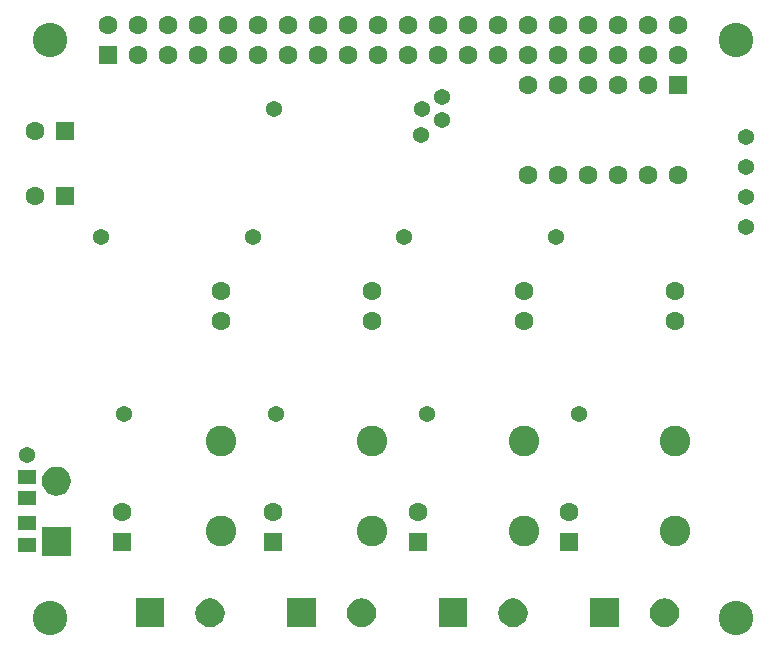
<source format=gbs>
G04 Layer_Color=16711935*
%FSLAX25Y25*%
%MOIN*%
G70*
G01*
G75*
%ADD42R,0.05912X0.05124*%
%ADD45R,0.06306X0.06306*%
%ADD46C,0.06306*%
%ADD47C,0.06306*%
%ADD48R,0.06306X0.06306*%
%ADD49R,0.06306X0.06306*%
%ADD50C,0.10243*%
%ADD51C,0.11500*%
%ADD52C,0.05400*%
G36*
X205959Y-186401D02*
X207132Y-186887D01*
X208140Y-187660D01*
X208913Y-188668D01*
X209399Y-189841D01*
X209564Y-191100D01*
X209399Y-192359D01*
X208913Y-193532D01*
X208140Y-194540D01*
X207132Y-195313D01*
X205959Y-195799D01*
X204700Y-195965D01*
X203441Y-195799D01*
X202268Y-195313D01*
X201260Y-194540D01*
X200487Y-193532D01*
X200001Y-192359D01*
X199836Y-191100D01*
X200001Y-189841D01*
X200487Y-188668D01*
X201260Y-187660D01*
X202268Y-186887D01*
X203441Y-186401D01*
X204700Y-186235D01*
X205959Y-186401D01*
D02*
G37*
G36*
X38023Y-195923D02*
X28377D01*
Y-186277D01*
X38023D01*
Y-195923D01*
D02*
G37*
G36*
X155459Y-186401D02*
X156632Y-186887D01*
X157640Y-187660D01*
X158413Y-188668D01*
X158899Y-189841D01*
X159064Y-191100D01*
X158899Y-192359D01*
X158413Y-193532D01*
X157640Y-194540D01*
X156632Y-195313D01*
X155459Y-195799D01*
X154200Y-195965D01*
X152941Y-195799D01*
X151768Y-195313D01*
X150760Y-194540D01*
X149987Y-193532D01*
X149501Y-192359D01*
X149336Y-191100D01*
X149501Y-189841D01*
X149987Y-188668D01*
X150760Y-187660D01*
X151768Y-186887D01*
X152941Y-186401D01*
X154200Y-186235D01*
X155459Y-186401D01*
D02*
G37*
G36*
X54459D02*
X55632Y-186887D01*
X56640Y-187660D01*
X57413Y-188668D01*
X57899Y-189841D01*
X58064Y-191100D01*
X57899Y-192359D01*
X57413Y-193532D01*
X56640Y-194540D01*
X55632Y-195313D01*
X54459Y-195799D01*
X53200Y-195965D01*
X51941Y-195799D01*
X50768Y-195313D01*
X49760Y-194540D01*
X48987Y-193532D01*
X48501Y-192359D01*
X48336Y-191100D01*
X48501Y-189841D01*
X48987Y-188668D01*
X49760Y-187660D01*
X50768Y-186887D01*
X51941Y-186401D01*
X53200Y-186235D01*
X54459Y-186401D01*
D02*
G37*
G36*
X104959D02*
X106132Y-186887D01*
X107140Y-187660D01*
X107913Y-188668D01*
X108399Y-189841D01*
X108564Y-191100D01*
X108399Y-192359D01*
X107913Y-193532D01*
X107140Y-194540D01*
X106132Y-195313D01*
X104959Y-195799D01*
X103700Y-195965D01*
X102441Y-195799D01*
X101268Y-195313D01*
X100260Y-194540D01*
X99487Y-193532D01*
X99001Y-192359D01*
X98836Y-191100D01*
X99001Y-189841D01*
X99487Y-188668D01*
X100260Y-187660D01*
X101268Y-186887D01*
X102441Y-186401D01*
X103700Y-186235D01*
X104959Y-186401D01*
D02*
G37*
G36*
X6823Y-172023D02*
X-2823D01*
Y-162377D01*
X6823D01*
Y-172023D01*
D02*
G37*
G36*
X3259Y-142501D02*
X4432Y-142987D01*
X5440Y-143760D01*
X6213Y-144768D01*
X6699Y-145941D01*
X6864Y-147200D01*
X6699Y-148459D01*
X6213Y-149632D01*
X5440Y-150640D01*
X4432Y-151413D01*
X3259Y-151899D01*
X2000Y-152065D01*
X741Y-151899D01*
X-432Y-151413D01*
X-1440Y-150640D01*
X-2213Y-149632D01*
X-2699Y-148459D01*
X-2864Y-147200D01*
X-2699Y-145941D01*
X-2213Y-144768D01*
X-1440Y-143760D01*
X-432Y-142987D01*
X741Y-142501D01*
X2000Y-142335D01*
X3259Y-142501D01*
D02*
G37*
G36*
X189523Y-195923D02*
X179877D01*
Y-186277D01*
X189523D01*
Y-195923D01*
D02*
G37*
G36*
X88523D02*
X78877D01*
Y-186277D01*
X88523D01*
Y-195923D01*
D02*
G37*
G36*
X139023D02*
X129377D01*
Y-186277D01*
X139023D01*
Y-195923D01*
D02*
G37*
D42*
X-7700Y-161257D02*
D03*
Y-168343D02*
D03*
X-7700Y-152943D02*
D03*
Y-145857D02*
D03*
D45*
X209200Y-15000D02*
D03*
D46*
X199200D02*
D03*
X189200D02*
D03*
X179200D02*
D03*
X169200D02*
D03*
D47*
X159200D02*
D03*
X209200Y-45000D02*
D03*
X199200D02*
D03*
X189200D02*
D03*
X179200D02*
D03*
X169200D02*
D03*
X159200D02*
D03*
X-5200Y-30600D02*
D03*
Y-52200D02*
D03*
X172900Y-157600D02*
D03*
X122400D02*
D03*
X74300D02*
D03*
X23800D02*
D03*
X208300Y-83700D02*
D03*
Y-93700D02*
D03*
X157800Y-83700D02*
D03*
Y-93700D02*
D03*
X107300Y-83700D02*
D03*
Y-93700D02*
D03*
X56800Y-83700D02*
D03*
Y-93700D02*
D03*
X209200Y5000D02*
D03*
Y-5000D02*
D03*
X199200Y5000D02*
D03*
Y-5000D02*
D03*
X189200Y5000D02*
D03*
Y-5000D02*
D03*
X179200Y5000D02*
D03*
Y-5000D02*
D03*
X169200Y5000D02*
D03*
Y-5000D02*
D03*
X159200Y5000D02*
D03*
Y-5000D02*
D03*
X149200Y5000D02*
D03*
Y-5000D02*
D03*
X139200Y5000D02*
D03*
Y-5000D02*
D03*
X129200Y5000D02*
D03*
Y-5000D02*
D03*
X119200Y5000D02*
D03*
Y-5000D02*
D03*
X109200Y5000D02*
D03*
Y-5000D02*
D03*
X99200Y5000D02*
D03*
Y-5000D02*
D03*
X89200Y5000D02*
D03*
Y-5000D02*
D03*
X79200Y5000D02*
D03*
Y-5000D02*
D03*
X69200Y5000D02*
D03*
Y-5000D02*
D03*
X59200Y5000D02*
D03*
Y-5000D02*
D03*
X49200Y5000D02*
D03*
Y-5000D02*
D03*
X39200Y5000D02*
D03*
Y-5000D02*
D03*
X29200Y5000D02*
D03*
Y-5000D02*
D03*
X19200Y5000D02*
D03*
D48*
X4800Y-30600D02*
D03*
Y-52200D02*
D03*
X19200Y-5000D02*
D03*
D49*
X172900Y-167600D02*
D03*
X122400D02*
D03*
X74300D02*
D03*
X23800D02*
D03*
D50*
X208300Y-133700D02*
D03*
Y-163700D02*
D03*
X157800Y-133700D02*
D03*
Y-163700D02*
D03*
X107300Y-133700D02*
D03*
Y-163700D02*
D03*
X56800Y-133700D02*
D03*
Y-163700D02*
D03*
D51*
X228400Y-192900D02*
D03*
X0D02*
D03*
Y0D02*
D03*
X228400D02*
D03*
D52*
X74700Y-23200D02*
D03*
X130600Y-26700D02*
D03*
X123800Y-23000D02*
D03*
X130500Y-19300D02*
D03*
X123500Y-31800D02*
D03*
X168500Y-65700D02*
D03*
X118000D02*
D03*
X17000D02*
D03*
X67500D02*
D03*
X231900Y-52600D02*
D03*
Y-42600D02*
D03*
Y-32600D02*
D03*
Y-62600D02*
D03*
X75200Y-124800D02*
D03*
X24700D02*
D03*
X-7800Y-138500D02*
D03*
X125700Y-124800D02*
D03*
X176200D02*
D03*
M02*

</source>
